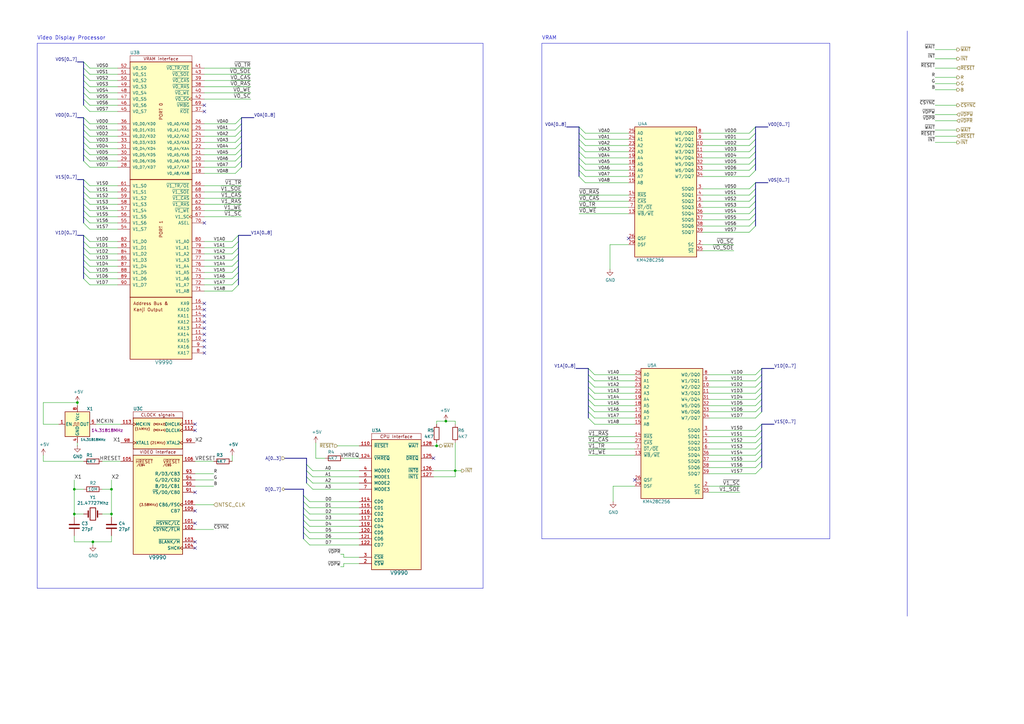
<source format=kicad_sch>
(kicad_sch (version 20231120) (generator "eeschema") (generator_version "8.0")
  (paper "A3")
  (title_block (title "TRH9000") (date "2023-11-05") (rev "1.7") (company "The Retro Hacker") (comment 2 "Shared under CERN-OHL-S license") (comment 3 "TRH9000 - Open Source MSX Graphics Card based on the Yamaha V9990") (comment 4 "Designed  by: Cristiano Goncalves"))
  (junction (at 45.72 210.82))
  (junction (at 182.88 172.72))
  (junction (at 30.48 200.66))
  (junction (at 45.72 200.66))
  (junction (at 179.07 182.88))
  (junction (at 186.69 193.04))
  (junction (at 30.48 210.82))
  (junction (at 31.75 165.1))
  (junction (at 38.1 222.25))
  (no_connect (at 177.8 187.96))
  (no_connect (at 83.82 139.7))
  (no_connect (at 260.35 196.85))
  (no_connect (at 83.82 43.18))
  (no_connect (at 83.82 45.72))
  (no_connect (at 80.01 173.99))
  (no_connect (at 80.01 176.53))
  (no_connect (at 80.01 209.55))
  (no_connect (at 257.81 97.79))
  (no_connect (at 83.82 142.24))
  (no_connect (at 80.01 224.79))
  (no_connect (at 80.01 222.25))
  (no_connect (at 83.82 132.08))
  (no_connect (at 83.82 91.44))
  (no_connect (at 83.82 124.46))
  (no_connect (at 83.82 127))
  (no_connect (at 83.82 134.62))
  (no_connect (at 80.01 201.93))
  (no_connect (at 83.82 137.16))
  (no_connect (at 83.82 129.54))
  (no_connect (at 80.01 214.63))
  (no_connect (at 83.82 144.78))
  (bus_entry (at 34.29 78.74) (size 2.54 2.54))
  (bus_entry (at 34.29 83.82) (size 2.54 2.54))
  (bus_entry (at 124.46 205.74) (size 2.54 2.54))
  (bus_entry (at 241.3 166.37) (size 2.54 2.54))
  (bus_entry (at 124.46 218.44) (size 2.54 2.54))
  (bus_entry (at 312.42 168.91) (size -2.54 2.54))
  (bus_entry (at 309.88 64.77) (size -2.54 2.54))
  (bus_entry (at 312.42 163.83) (size -2.54 2.54))
  (bus_entry (at 312.42 166.37) (size -2.54 2.54))
  (bus_entry (at 99.06 68.58) (size -2.54 2.54))
  (bus_entry (at 312.42 161.29) (size -2.54 2.54))
  (bus_entry (at 312.42 191.77) (size -2.54 2.54))
  (bus_entry (at 124.46 203.2) (size 2.54 2.54))
  (bus_entry (at 241.3 171.45) (size 2.54 2.54))
  (bus_entry (at 312.42 151.13) (size -2.54 2.54))
  (bus_entry (at 309.88 85.09) (size -2.54 2.54))
  (bus_entry (at 34.29 104.14) (size 2.54 2.54))
  (bus_entry (at 309.88 82.55) (size -2.54 2.54))
  (bus_entry (at 241.3 156.21) (size 2.54 2.54))
  (bus_entry (at 97.79 114.3) (size -2.54 2.54))
  (bus_entry (at 97.79 109.22) (size -2.54 2.54))
  (bus_entry (at 34.29 30.48) (size 2.54 2.54))
  (bus_entry (at 309.88 77.47) (size -2.54 2.54))
  (bus_entry (at 34.29 40.64) (size 2.54 2.54))
  (bus_entry (at 99.06 53.34) (size -2.54 2.54))
  (bus_entry (at 34.29 43.18) (size 2.54 2.54))
  (bus_entry (at 34.29 101.6) (size 2.54 2.54))
  (bus_entry (at 34.29 99.06) (size 2.54 2.54))
  (bus_entry (at 309.88 67.31) (size -2.54 2.54))
  (bus_entry (at 309.88 90.17) (size -2.54 2.54))
  (bus_entry (at 241.3 163.83) (size 2.54 2.54))
  (bus_entry (at 237.49 72.39) (size 2.54 2.54))
  (bus_entry (at 34.29 58.42) (size 2.54 2.54))
  (bus_entry (at 34.29 91.44) (size 2.54 2.54))
  (bus_entry (at 237.49 52.07) (size 2.54 2.54))
  (bus_entry (at 309.88 59.69) (size -2.54 2.54))
  (bus_entry (at 241.3 161.29) (size 2.54 2.54))
  (bus_entry (at 309.88 87.63) (size -2.54 2.54))
  (bus_entry (at 125.73 198.12) (size 2.54 2.54))
  (bus_entry (at 241.3 151.13) (size 2.54 2.54))
  (bus_entry (at 34.29 25.4) (size 2.54 2.54))
  (bus_entry (at 237.49 59.69) (size 2.54 2.54))
  (bus_entry (at 312.42 181.61) (size -2.54 2.54))
  (bus_entry (at 125.73 193.04) (size 2.54 2.54))
  (bus_entry (at 99.06 58.42) (size -2.54 2.54))
  (bus_entry (at 309.88 80.01) (size -2.54 2.54))
  (bus_entry (at 34.29 53.34) (size 2.54 2.54))
  (bus_entry (at 97.79 101.6) (size -2.54 2.54))
  (bus_entry (at 309.88 62.23) (size -2.54 2.54))
  (bus_entry (at 34.29 50.8) (size 2.54 2.54))
  (bus_entry (at 312.42 179.07) (size -2.54 2.54))
  (bus_entry (at 309.88 54.61) (size -2.54 2.54))
  (bus_entry (at 99.06 66.04) (size -2.54 2.54))
  (bus_entry (at 34.29 60.96) (size 2.54 2.54))
  (bus_entry (at 34.29 63.5) (size 2.54 2.54))
  (bus_entry (at 34.29 38.1) (size 2.54 2.54))
  (bus_entry (at 34.29 35.56) (size 2.54 2.54))
  (bus_entry (at 34.29 48.26) (size 2.54 2.54))
  (bus_entry (at 237.49 62.23) (size 2.54 2.54))
  (bus_entry (at 309.88 92.71) (size -2.54 2.54))
  (bus_entry (at 309.88 52.07) (size -2.54 2.54))
  (bus_entry (at 237.49 69.85) (size 2.54 2.54))
  (bus_entry (at 125.73 190.5) (size 2.54 2.54))
  (bus_entry (at 97.79 96.52) (size -2.54 2.54))
  (bus_entry (at 99.06 63.5) (size -2.54 2.54))
  (bus_entry (at 34.29 27.94) (size 2.54 2.54))
  (bus_entry (at 99.06 48.26) (size -2.54 2.54))
  (bus_entry (at 124.46 215.9) (size 2.54 2.54))
  (bus_entry (at 97.79 99.06) (size -2.54 2.54))
  (bus_entry (at 124.46 210.82) (size 2.54 2.54))
  (bus_entry (at 99.06 60.96) (size -2.54 2.54))
  (bus_entry (at 241.3 168.91) (size 2.54 2.54))
  (bus_entry (at 124.46 213.36) (size 2.54 2.54))
  (bus_entry (at 312.42 153.67) (size -2.54 2.54))
  (bus_entry (at 34.29 55.88) (size 2.54 2.54))
  (bus_entry (at 34.29 76.2) (size 2.54 2.54))
  (bus_entry (at 34.29 106.68) (size 2.54 2.54))
  (bus_entry (at 241.3 158.75) (size 2.54 2.54))
  (bus_entry (at 312.42 156.21) (size -2.54 2.54))
  (bus_entry (at 97.79 116.84) (size -2.54 2.54))
  (bus_entry (at 237.49 64.77) (size 2.54 2.54))
  (bus_entry (at 312.42 189.23) (size -2.54 2.54))
  (bus_entry (at 309.88 74.93) (size -2.54 2.54))
  (bus_entry (at 97.79 104.14) (size -2.54 2.54))
  (bus_entry (at 237.49 67.31) (size 2.54 2.54))
  (bus_entry (at 124.46 208.28) (size 2.54 2.54))
  (bus_entry (at 312.42 173.99) (size -2.54 2.54))
  (bus_entry (at 125.73 195.58) (size 2.54 2.54))
  (bus_entry (at 34.29 109.22) (size 2.54 2.54))
  (bus_entry (at 34.29 73.66) (size 2.54 2.54))
  (bus_entry (at 241.3 153.67) (size 2.54 2.54))
  (bus_entry (at 312.42 158.75) (size -2.54 2.54))
  (bus_entry (at 312.42 186.69) (size -2.54 2.54))
  (bus_entry (at 124.46 220.98) (size 2.54 2.54))
  (bus_entry (at 99.06 50.8) (size -2.54 2.54))
  (bus_entry (at 34.29 33.02) (size 2.54 2.54))
  (bus_entry (at 97.79 111.76) (size -2.54 2.54))
  (bus_entry (at 34.29 86.36) (size 2.54 2.54))
  (bus_entry (at 309.88 57.15) (size -2.54 2.54))
  (bus_entry (at 34.29 66.04) (size 2.54 2.54))
  (bus_entry (at 312.42 176.53) (size -2.54 2.54))
  (bus_entry (at 237.49 57.15) (size 2.54 2.54))
  (bus_entry (at 34.29 114.3) (size 2.54 2.54))
  (bus_entry (at 34.29 96.52) (size 2.54 2.54))
  (bus_entry (at 309.88 69.85) (size -2.54 2.54))
  (bus_entry (at 97.79 106.68) (size -2.54 2.54))
  (bus_entry (at 312.42 184.15) (size -2.54 2.54))
  (bus_entry (at 237.49 54.61) (size 2.54 2.54))
  (bus_entry (at 34.29 81.28) (size 2.54 2.54))
  (bus_entry (at 99.06 55.88) (size -2.54 2.54))
  (bus_entry (at 34.29 88.9) (size 2.54 2.54))
  (bus_entry (at 34.29 111.76) (size 2.54 2.54))
  (bus (pts (xy 97.79 99.06) (xy 97.79 101.6)))
  (wire (pts (xy 240.03 74.93) (xy 257.81 74.93)))
  (wire (pts (xy 383.54 36.83) (xy 392.43 36.83)))
  (wire (pts (xy 30.48 210.82) (xy 30.48 212.09)))
  (wire (pts (xy 87.63 217.17) (xy 80.01 217.17)))
  (bus (pts (xy 124.46 215.9) (xy 124.46 218.44)))
  (wire (pts (xy 140.97 231.14) (xy 147.32 231.14)))
  (bus (pts (xy 312.42 181.61) (xy 312.42 184.15)))
  (wire (pts (xy 38.1 223.52) (xy 38.1 222.25)))
  (wire (pts (xy 30.48 219.71) (xy 30.48 222.25)))
  (wire (pts (xy 243.84 171.45) (xy 260.35 171.45)))
  (wire (pts (xy 240.03 54.61) (xy 257.81 54.61)))
  (wire (pts (xy 48.26 83.82) (xy 36.83 83.82)))
  (wire (pts (xy 288.29 57.15) (xy 307.34 57.15)))
  (bus (pts (xy 241.3 163.83) (xy 241.3 166.37)))
  (wire (pts (xy 31.75 182.88) (xy 31.75 181.61)))
  (wire (pts (xy 138.43 182.88) (xy 147.32 182.88)))
  (bus (pts (xy 237.49 52.07) (xy 237.49 54.61)))
  (bus (pts (xy 124.46 208.28) (xy 124.46 210.82)))
  (wire (pts (xy 48.26 55.88) (xy 36.83 55.88)))
  (wire (pts (xy 83.82 114.3) (xy 95.25 114.3)))
  (wire (pts (xy 48.26 50.8) (xy 36.83 50.8)))
  (wire (pts (xy 127 210.82) (xy 147.32 210.82)))
  (bus (pts (xy 34.29 50.8) (xy 34.29 53.34)))
  (wire (pts (xy 383.54 46.99) (xy 392.43 46.99)))
  (wire (pts (xy 179.07 181.61) (xy 179.07 182.88)))
  (polyline (pts (xy 372.11 12.7) (xy 372.11 252.73)))
  (wire (pts (xy 186.69 195.58) (xy 186.69 193.04)))
  (wire (pts (xy 383.54 55.88) (xy 392.43 55.88)))
  (bus (pts (xy 237.49 62.23) (xy 237.49 64.77)))
  (wire (pts (xy 48.26 78.74) (xy 36.83 78.74)))
  (wire (pts (xy 290.83 176.53) (xy 309.88 176.53)))
  (wire (pts (xy 288.29 59.69) (xy 307.34 59.69)))
  (bus (pts (xy 309.88 77.47) (xy 309.88 80.01)))
  (polyline (pts (xy 222.25 220.98) (xy 340.36 220.98)))
  (bus (pts (xy 99.06 48.26) (xy 99.06 50.8)))
  (bus (pts (xy 124.46 218.44) (xy 124.46 220.98)))
  (wire (pts (xy 83.82 40.64) (xy 102.87 40.64)))
  (bus (pts (xy 99.06 55.88) (xy 99.06 58.42)))
  (bus (pts (xy 97.79 106.68) (xy 97.79 109.22)))
  (wire (pts (xy 102.87 38.1) (xy 83.82 38.1)))
  (wire (pts (xy 99.06 76.2) (xy 83.82 76.2)))
  (wire (pts (xy 48.26 33.02) (xy 36.83 33.02)))
  (bus (pts (xy 309.88 87.63) (xy 309.88 90.17)))
  (wire (pts (xy 140.97 232.41) (xy 140.97 231.14)))
  (bus (pts (xy 241.3 151.13) (xy 241.3 153.67)))
  (bus (pts (xy 309.88 80.01) (xy 309.88 82.55)))
  (wire (pts (xy 179.07 172.72) (xy 179.07 173.99)))
  (wire (pts (xy 290.83 184.15) (xy 309.88 184.15)))
  (wire (pts (xy 48.26 27.94) (xy 36.83 27.94)))
  (bus (pts (xy 312.42 173.99) (xy 312.42 176.53)))
  (wire (pts (xy 288.29 54.61) (xy 307.34 54.61)))
  (wire (pts (xy 288.29 77.47) (xy 307.34 77.47)))
  (wire (pts (xy 45.72 200.66) (xy 45.72 210.82)))
  (bus (pts (xy 241.3 161.29) (xy 241.3 163.83)))
  (polyline (pts (xy 340.36 220.98) (xy 340.36 17.78)))
  (wire (pts (xy 127 215.9) (xy 147.32 215.9)))
  (wire (pts (xy 87.63 194.31) (xy 80.01 194.31)))
  (wire (pts (xy 288.29 100.33) (xy 300.99 100.33)))
  (wire (pts (xy 128.27 195.58) (xy 147.32 195.58)))
  (bus (pts (xy 34.29 86.36) (xy 34.29 88.9)))
  (wire (pts (xy 127 218.44) (xy 147.32 218.44)))
  (bus (pts (xy 97.79 104.14) (xy 97.79 106.68)))
  (wire (pts (xy 99.06 86.36) (xy 83.82 86.36)))
  (bus (pts (xy 34.29 53.34) (xy 34.29 55.88)))
  (wire (pts (xy 99.06 81.28) (xy 83.82 81.28)))
  (bus (pts (xy 312.42 163.83) (xy 312.42 166.37)))
  (wire (pts (xy 83.82 116.84) (xy 95.25 116.84)))
  (bus (pts (xy 34.29 25.4) (xy 34.29 27.94)))
  (bus (pts (xy 34.29 88.9) (xy 34.29 91.44)))
  (bus (pts (xy 312.42 186.69) (xy 312.42 189.23)))
  (bus (pts (xy 97.79 114.3) (xy 97.79 116.84)))
  (wire (pts (xy 99.06 83.82) (xy 83.82 83.82)))
  (bus (pts (xy 309.88 62.23) (xy 309.88 64.77)))
  (wire (pts (xy 30.48 222.25) (xy 38.1 222.25)))
  (bus (pts (xy 237.49 67.31) (xy 237.49 69.85)))
  (wire (pts (xy 48.26 63.5) (xy 36.83 63.5)))
  (wire (pts (xy 240.03 59.69) (xy 257.81 59.69)))
  (bus (pts (xy 309.88 82.55) (xy 309.88 85.09)))
  (wire (pts (xy 383.54 24.13) (xy 392.43 24.13)))
  (wire (pts (xy 48.26 91.44) (xy 36.83 91.44)))
  (bus (pts (xy 34.29 81.28) (xy 34.29 83.82)))
  (wire (pts (xy 129.54 187.96) (xy 133.35 187.96)))
  (wire (pts (xy 83.82 58.42) (xy 96.52 58.42)))
  (wire (pts (xy 288.29 102.87) (xy 300.99 102.87)))
  (polyline (pts (xy 15.24 17.78) (xy 198.12 17.78)))
  (wire (pts (xy 127 205.74) (xy 147.32 205.74)))
  (wire (pts (xy 102.87 27.94) (xy 83.82 27.94)))
  (wire (pts (xy 240.03 67.31) (xy 257.81 67.31)))
  (wire (pts (xy 48.26 60.96) (xy 36.83 60.96)))
  (wire (pts (xy 48.26 114.3) (xy 36.83 114.3)))
  (bus (pts (xy 34.29 35.56) (xy 34.29 38.1)))
  (bus (pts (xy 309.88 57.15) (xy 309.88 59.69)))
  (bus (pts (xy 34.29 73.66) (xy 31.75 73.66)))
  (wire (pts (xy 83.82 66.04) (xy 96.52 66.04)))
  (wire (pts (xy 48.26 104.14) (xy 36.83 104.14)))
  (bus (pts (xy 312.42 151.13) (xy 317.5 151.13)))
  (bus (pts (xy 34.29 76.2) (xy 34.29 78.74)))
  (wire (pts (xy 83.82 68.58) (xy 96.52 68.58)))
  (bus (pts (xy 97.79 111.76) (xy 97.79 114.3)))
  (bus (pts (xy 241.3 153.67) (xy 241.3 156.21)))
  (bus (pts (xy 241.3 166.37) (xy 241.3 168.91)))
  (wire (pts (xy 257.81 87.63) (xy 237.49 87.63)))
  (wire (pts (xy 288.29 64.77) (xy 307.34 64.77)))
  (bus (pts (xy 99.06 53.34) (xy 99.06 55.88)))
  (wire (pts (xy 140.97 187.96) (xy 147.32 187.96)))
  (wire (pts (xy 48.26 45.72) (xy 36.83 45.72)))
  (wire (pts (xy 140.97 227.33) (xy 140.97 228.6)))
  (wire (pts (xy 48.26 76.2) (xy 36.83 76.2)))
  (bus (pts (xy 312.42 189.23) (xy 312.42 191.77)))
  (wire (pts (xy 30.48 200.66) (xy 30.48 210.82)))
  (wire (pts (xy 290.83 163.83) (xy 309.88 163.83)))
  (bus (pts (xy 312.42 176.53) (xy 312.42 179.07)))
  (wire (pts (xy 383.54 49.53) (xy 392.43 49.53)))
  (wire (pts (xy 177.8 193.04) (xy 186.69 193.04)))
  (bus (pts (xy 34.29 96.52) (xy 34.29 99.06)))
  (bus (pts (xy 34.29 58.42) (xy 34.29 60.96)))
  (wire (pts (xy 243.84 153.67) (xy 260.35 153.67)))
  (wire (pts (xy 129.54 181.61) (xy 129.54 187.96)))
  (wire (pts (xy 83.82 30.48) (xy 102.87 30.48)))
  (wire (pts (xy 288.29 80.01) (xy 307.34 80.01)))
  (wire (pts (xy 290.83 166.37) (xy 309.88 166.37)))
  (bus (pts (xy 124.46 205.74) (xy 124.46 208.28)))
  (wire (pts (xy 34.29 200.66) (xy 30.48 200.66)))
  (wire (pts (xy 45.72 222.25) (xy 45.72 219.71)))
  (bus (pts (xy 34.29 48.26) (xy 34.29 50.8)))
  (bus (pts (xy 309.88 59.69) (xy 309.88 62.23)))
  (wire (pts (xy 243.84 168.91) (xy 260.35 168.91)))
  (wire (pts (xy 250.19 100.33) (xy 257.81 100.33)))
  (bus (pts (xy 97.79 101.6) (xy 97.79 104.14)))
  (wire (pts (xy 48.26 38.1) (xy 36.83 38.1)))
  (wire (pts (xy 48.26 66.04) (xy 36.83 66.04)))
  (bus (pts (xy 34.29 30.48) (xy 34.29 33.02)))
  (wire (pts (xy 290.83 191.77) (xy 309.88 191.77)))
  (bus (pts (xy 312.42 156.21) (xy 312.42 158.75)))
  (bus (pts (xy 34.29 96.52) (xy 31.75 96.52)))
  (wire (pts (xy 240.03 57.15) (xy 257.81 57.15)))
  (wire (pts (xy 260.35 179.07) (xy 241.3 179.07)))
  (wire (pts (xy 260.35 181.61) (xy 241.3 181.61)))
  (bus (pts (xy 241.3 158.75) (xy 241.3 161.29)))
  (wire (pts (xy 83.82 78.74) (xy 99.06 78.74)))
  (wire (pts (xy 48.26 101.6) (xy 36.83 101.6)))
  (bus (pts (xy 99.06 66.04) (xy 99.06 68.58)))
  (polyline (pts (xy 222.25 17.78) (xy 222.25 220.98)))
  (wire (pts (xy 186.69 172.72) (xy 186.69 173.99)))
  (wire (pts (xy 41.91 210.82) (xy 45.72 210.82)))
  (wire (pts (xy 31.75 165.1) (xy 31.75 166.37)))
  (bus (pts (xy 312.42 153.67) (xy 312.42 156.21)))
  (wire (pts (xy 83.82 88.9) (xy 99.06 88.9)))
  (bus (pts (xy 312.42 166.37) (xy 312.42 168.91)))
  (wire (pts (xy 48.26 88.9) (xy 36.83 88.9)))
  (bus (pts (xy 99.06 58.42) (xy 99.06 60.96)))
  (bus (pts (xy 99.06 48.26) (xy 104.14 48.26)))
  (polyline (pts (xy 340.36 17.78) (xy 222.25 17.78)))
  (wire (pts (xy 288.29 82.55) (xy 307.34 82.55)))
  (wire (pts (xy 83.82 111.76) (xy 95.25 111.76)))
  (wire (pts (xy 30.48 196.85) (xy 30.48 200.66)))
  (wire (pts (xy 240.03 62.23) (xy 257.81 62.23)))
  (wire (pts (xy 240.03 64.77) (xy 257.81 64.77)))
  (wire (pts (xy 127 208.28) (xy 147.32 208.28)))
  (wire (pts (xy 290.83 194.31) (xy 309.88 194.31)))
  (bus (pts (xy 34.29 101.6) (xy 34.29 104.14)))
  (bus (pts (xy 34.29 104.14) (xy 34.29 106.68)))
  (wire (pts (xy 383.54 27.94) (xy 392.43 27.94)))
  (wire (pts (xy 243.84 166.37) (xy 260.35 166.37)))
  (bus (pts (xy 34.29 111.76) (xy 34.29 114.3)))
  (wire (pts (xy 290.83 158.75) (xy 309.88 158.75)))
  (wire (pts (xy 290.83 181.61) (xy 309.88 181.61)))
  (bus (pts (xy 99.06 60.96) (xy 99.06 63.5)))
  (bus (pts (xy 34.29 33.02) (xy 34.29 35.56)))
  (bus (pts (xy 237.49 54.61) (xy 237.49 57.15)))
  (wire (pts (xy 48.26 35.56) (xy 36.83 35.56)))
  (wire (pts (xy 128.27 200.66) (xy 147.32 200.66)))
  (wire (pts (xy 288.29 90.17) (xy 307.34 90.17)))
  (wire (pts (xy 288.29 67.31) (xy 307.34 67.31)))
  (bus (pts (xy 99.06 63.5) (xy 99.06 66.04)))
  (bus (pts (xy 34.29 48.26) (xy 31.75 48.26)))
  (wire (pts (xy 48.26 99.06) (xy 36.83 99.06)))
  (wire (pts (xy 48.26 116.84) (xy 36.83 116.84)))
  (bus (pts (xy 34.29 83.82) (xy 34.29 86.36)))
  (wire (pts (xy 260.35 184.15) (xy 241.3 184.15)))
  (wire (pts (xy 243.84 158.75) (xy 260.35 158.75)))
  (wire (pts (xy 288.29 72.39) (xy 307.34 72.39)))
  (bus (pts (xy 309.88 64.77) (xy 309.88 67.31)))
  (wire (pts (xy 139.7 227.33) (xy 140.97 227.33)))
  (wire (pts (xy 288.29 95.25) (xy 307.34 95.25)))
  (wire (pts (xy 83.82 60.96) (xy 96.52 60.96)))
  (bus (pts (xy 237.49 64.77) (xy 237.49 67.31)))
  (bus (pts (xy 34.29 63.5) (xy 34.29 66.04)))
  (wire (pts (xy 83.82 63.5) (xy 96.52 63.5)))
  (wire (pts (xy 83.82 119.38) (xy 95.25 119.38)))
  (wire (pts (xy 383.54 43.18) (xy 392.43 43.18)))
  (wire (pts (xy 288.29 87.63) (xy 307.34 87.63)))
  (wire (pts (xy 182.88 172.72) (xy 179.07 172.72)))
  (wire (pts (xy 182.88 172.72) (xy 186.69 172.72)))
  (bus (pts (xy 125.73 193.04) (xy 125.73 195.58)))
  (wire (pts (xy 83.82 55.88) (xy 96.52 55.88)))
  (bus (pts (xy 34.29 27.94) (xy 34.29 30.48)))
  (wire (pts (xy 87.63 196.85) (xy 80.01 196.85)))
  (wire (pts (xy 383.54 53.34) (xy 392.43 53.34)))
  (wire (pts (xy 17.78 173.99) (xy 24.13 173.99)))
  (wire (pts (xy 83.82 101.6) (xy 95.25 101.6)))
  (polyline (pts (xy 198.12 17.78) (xy 198.12 241.3)))
  (wire (pts (xy 290.83 201.93) (xy 303.53 201.93)))
  (wire (pts (xy 87.63 199.39) (xy 80.01 199.39)))
  (bus (pts (xy 34.29 73.66) (xy 34.29 76.2)))
  (bus (pts (xy 99.06 50.8) (xy 99.06 53.34)))
  (wire (pts (xy 177.8 182.88) (xy 179.07 182.88)))
  (wire (pts (xy 128.27 198.12) (xy 147.32 198.12)))
  (wire (pts (xy 243.84 161.29) (xy 260.35 161.29)))
  (wire (pts (xy 179.07 182.88) (xy 180.34 182.88)))
  (wire (pts (xy 48.26 109.22) (xy 36.83 109.22)))
  (bus (pts (xy 312.42 158.75) (xy 312.42 161.29)))
  (wire (pts (xy 80.01 207.01) (xy 87.63 207.01)))
  (wire (pts (xy 290.83 199.39) (xy 303.53 199.39)))
  (wire (pts (xy 383.54 20.32) (xy 392.43 20.32)))
  (wire (pts (xy 186.69 193.04) (xy 189.23 193.04)))
  (bus (pts (xy 97.79 96.52) (xy 102.87 96.52)))
  (wire (pts (xy 83.82 106.68) (xy 95.25 106.68)))
  (wire (pts (xy 45.72 210.82) (xy 45.72 212.09)))
  (bus (pts (xy 34.29 60.96) (xy 34.29 63.5)))
  (wire (pts (xy 34.29 210.82) (xy 30.48 210.82)))
  (wire (pts (xy 383.54 34.29) (xy 392.43 34.29)))
  (wire (pts (xy 102.87 33.02) (xy 83.82 33.02)))
  (wire (pts (xy 290.83 153.67) (xy 309.88 153.67)))
  (bus (pts (xy 312.42 173.99) (xy 317.5 173.99)))
  (wire (pts (xy 39.37 173.99) (xy 49.53 173.99)))
  (bus (pts (xy 312.42 179.07) (xy 312.42 181.61)))
  (wire (pts (xy 243.84 173.99) (xy 260.35 173.99)))
  (bus (pts (xy 309.88 74.93) (xy 314.96 74.93)))
  (bus (pts (xy 125.73 187.96) (xy 125.73 190.5)))
  (bus (pts (xy 241.3 151.13) (xy 236.22 151.13)))
  (wire (pts (xy 80.01 189.23) (xy 87.63 189.23)))
  (wire (pts (xy 83.82 71.12) (xy 96.52 71.12)))
  (wire (pts (xy 48.26 40.64) (xy 36.83 40.64)))
  (wire (pts (xy 139.7 232.41) (xy 140.97 232.41)))
  (wire (pts (xy 83.82 53.34) (xy 96.52 53.34)))
  (polyline (pts (xy 15.24 17.78) (xy 15.24 241.3)))
  (wire (pts (xy 38.1 222.25) (xy 45.72 222.25)))
  (wire (pts (xy 83.82 109.22) (xy 95.25 109.22)))
  (bus (pts (xy 124.46 213.36) (xy 124.46 215.9)))
  (wire (pts (xy 288.29 62.23) (xy 307.34 62.23)))
  (wire (pts (xy 48.26 81.28) (xy 36.83 81.28)))
  (wire (pts (xy 288.29 69.85) (xy 307.34 69.85)))
  (wire (pts (xy 48.26 30.48) (xy 36.83 30.48)))
  (bus (pts (xy 309.88 52.07) (xy 314.96 52.07)))
  (bus (pts (xy 309.88 90.17) (xy 309.88 92.71)))
  (bus (pts (xy 34.29 109.22) (xy 34.29 111.76)))
  (wire (pts (xy 83.82 50.8) (xy 96.52 50.8)))
  (bus (pts (xy 124.46 200.66) (xy 124.46 203.2)))
  (wire (pts (xy 250.19 100.33) (xy 250.19 110.49)))
  (bus (pts (xy 97.79 96.52) (xy 97.79 99.06)))
  (wire (pts (xy 186.69 181.61) (xy 186.69 193.04)))
  (wire (pts (xy 17.78 165.1) (xy 17.78 173.99)))
  (bus (pts (xy 34.29 55.88) (xy 34.29 58.42)))
  (wire (pts (xy 48.26 111.76) (xy 36.83 111.76)))
  (wire (pts (xy 17.78 165.1) (xy 31.75 165.1)))
  (wire (pts (xy 383.54 58.42) (xy 392.43 58.42)))
  (wire (pts (xy 17.78 186.69) (xy 17.78 189.23)))
  (bus (pts (xy 309.88 67.31) (xy 309.88 69.85)))
  (wire (pts (xy 290.83 179.07) (xy 309.88 179.07)))
  (bus (pts (xy 34.29 78.74) (xy 34.29 81.28)))
  (wire (pts (xy 48.26 43.18) (xy 36.83 43.18)))
  (wire (pts (xy 257.81 85.09) (xy 237.49 85.09)))
  (wire (pts (xy 48.26 53.34) (xy 36.83 53.34)))
  (wire (pts (xy 17.78 189.23) (xy 34.29 189.23)))
  (bus (pts (xy 34.29 40.64) (xy 34.29 43.18)))
  (wire (pts (xy 140.97 228.6) (xy 147.32 228.6)))
  (wire (pts (xy 290.83 171.45) (xy 309.88 171.45)))
  (wire (pts (xy 41.91 189.23) (xy 49.53 189.23)))
  (bus (pts (xy 241.3 168.91) (xy 241.3 171.45)))
  (wire (pts (xy 243.84 156.21) (xy 260.35 156.21)))
  (wire (pts (xy 290.83 189.23) (xy 309.88 189.23)))
  (bus (pts (xy 237.49 52.07) (xy 232.41 52.07)))
  (bus (pts (xy 309.88 54.61) (xy 309.88 57.15)))
  (bus (pts (xy 312.42 151.13) (xy 312.42 153.67)))
  (wire (pts (xy 83.82 99.06) (xy 95.25 99.06)))
  (bus (pts (xy 34.29 106.68) (xy 34.29 109.22)))
  (bus (pts (xy 237.49 69.85) (xy 237.49 72.39)))
  (bus (pts (xy 309.88 52.07) (xy 309.88 54.61)))
  (bus (pts (xy 309.88 74.93) (xy 309.88 77.47)))
  (bus (pts (xy 241.3 156.21) (xy 241.3 158.75)))
  (wire (pts (xy 48.26 58.42) (xy 36.83 58.42)))
  (wire (pts (xy 257.81 82.55) (xy 237.49 82.55)))
  (bus (pts (xy 125.73 190.5) (xy 125.73 193.04)))
  (bus (pts (xy 309.88 85.09) (xy 309.88 87.63)))
  (wire (pts (xy 290.83 161.29) (xy 309.88 161.29)))
  (wire (pts (xy 290.83 186.69) (xy 309.88 186.69)))
  (wire (pts (xy 240.03 72.39) (xy 257.81 72.39)))
  (bus (pts (xy 116.84 187.96) (xy 125.73 187.96)))
  (bus (pts (xy 125.73 195.58) (xy 125.73 198.12)))
  (wire (pts (xy 83.82 104.14) (xy 95.25 104.14)))
  (wire (pts (xy 260.35 186.69) (xy 241.3 186.69)))
  (wire (pts (xy 45.72 196.85) (xy 45.72 200.66)))
  (wire (pts (xy 257.81 80.01) (xy 237.49 80.01)))
  (bus (pts (xy 237.49 57.15) (xy 237.49 59.69)))
  (polyline (pts (xy 198.12 241.3) (xy 15.24 241.3)))
  (bus (pts (xy 124.46 203.2) (xy 124.46 205.74)))
  (wire (pts (xy 95.25 186.69) (xy 95.25 189.23)))
  (bus (pts (xy 34.29 99.06) (xy 34.29 101.6)))
  (wire (pts (xy 288.29 85.09) (xy 307.34 85.09)))
  (wire (pts (xy 128.27 193.04) (xy 147.32 193.04)))
  (bus (pts (xy 34.29 25.4) (xy 31.75 25.4)))
  (bus (pts (xy 124.46 200.66) (xy 116.84 200.66)))
  (wire (pts (xy 127 223.52) (xy 147.32 223.52)))
  (wire (pts (xy 251.46 199.39) (xy 260.35 199.39)))
  (bus (pts (xy 312.42 184.15) (xy 312.42 186.69)))
  (wire (pts (xy 127 213.36) (xy 147.32 213.36)))
  (wire (pts (xy 48.26 68.58) (xy 36.83 68.58)))
  (wire (pts (xy 48.26 86.36) (xy 36.83 86.36)))
  (wire (pts (xy 41.91 200.66) (xy 45.72 200.66)))
  (wire (pts (xy 48.26 93.98) (xy 36.83 93.98)))
  (bus (pts (xy 97.79 109.22) (xy 97.79 111.76)))
  (wire (pts (xy 290.83 156.21) (xy 309.88 156.21)))
  (bus (pts (xy 312.42 161.29) (xy 312.42 163.83)))
  (wire (pts (xy 102.87 35.56) (xy 83.82 35.56)))
  (wire (pts (xy 251.46 199.39) (xy 251.46 205.74)))
  (wire (pts (xy 243.84 163.83) (xy 260.35 163.83)))
  (wire (pts (xy 290.83 168.91) (xy 309.88 168.91)))
  (wire (pts (xy 48.26 106.68) (xy 36.83 106.68)))
  (wire (pts (xy 288.29 92.71) (xy 307.34 92.71)))
  (wire (pts (xy 177.8 195.58) (xy 186.69 195.58)))
  (bus (pts (xy 124.46 210.82) (xy 124.46 213.36)))
  (wire (pts (xy 127 220.98) (xy 147.32 220.98)))
  (wire (pts (xy 240.03 69.85) (xy 257.81 69.85)))
  (bus (pts (xy 237.49 59.69) (xy 237.49 62.23)))
  (bus (pts (xy 34.29 38.1) (xy 34.29 40.64)))
  (wire (pts (xy 383.54 31.75) (xy 392.43 31.75)))
  (text "VRAM" (at 222.25 16.51 0) (effects (font (size 1.524 1.524)) (justify left bottom)))
  (text "Video Display Processor" (at 15.24 16.51 0) (effects (font (size 1.524 1.524)) (justify left bottom)))
  (label "V0D3" (at 44.45 58.42 180))
  (label "~{V1_CAS}" (at 241.3 181.61 0) (effects (font (size 1.524 1.524))))
  (label "HRESET" (at 49.53 189.23 180) (effects (font (size 1.524 1.524))))
  (label "V0A2" (at 88.9 55.88 0))
  (label "V1A8" (at 254 173.99 180))
  (label "V0D4" (at 297.18 64.77 0))
  (label "V1S[0..7]" (at 317.5 173.99 0))
  (label "X2" (at 45.72 196.85 0) (effects (font (size 1.524 1.524))))
  (label "~{VDPW}" (at 383.54 46.99 180))
  (label "V0D1" (at 297.18 57.15 0))
  (label "~{VO_SOE}" (at 300.99 102.87 180) (effects (font (size 1.524 1.524))))
  (label "B" (at 383.54 36.83 180))
  (label "V0D1" (at 44.45 53.34 180))
  (label "~{V0_SC}" (at 102.87 40.64 180) (effects (font (size 1.524 1.524))))
  (label "V1D6" (at 44.45 114.3 180))
  (label "~{V1_WE}" (at 241.3 186.69 0) (effects (font (size 1.524 1.524))))
  (label "V0D6" (at 44.45 66.04 180))
  (label "~{V1_TR}" (at 99.06 76.2 180) (effects (font (size 1.524 1.524))))
  (label "V1S4" (at 44.45 86.36 180))
  (label "V0S5" (at 297.18 90.17 0))
  (label "G" (at 383.54 34.29 180))
  (label "A1" (at 133.35 195.58 0))
  (label "V1S2" (at 299.72 181.61 0))
  (label "V0S[0..7]" (at 314.96 74.93 0))
  (label "V0A2" (at 250.19 59.69 180))
  (label "V1A[0..8]" (at 236.22 151.13 180))
  (label "V0S4" (at 44.45 38.1 180))
  (label "V1A6" (at 254 168.91 180))
  (label "V1S3" (at 299.72 184.15 0))
  (label "V1A8" (at 87.63 119.38 0))
  (label "D1" (at 133.35 208.28 0))
  (label "V0D4" (at 44.45 60.96 180))
  (label "V1S7" (at 299.72 194.31 0))
  (label "V1D[0..7]" (at 317.5 151.13 0))
  (label "V1A1" (at 87.63 101.6 0))
  (label "A0" (at 133.35 193.04 0))
  (label "V0A3" (at 250.19 62.23 180))
  (label "V0D5" (at 297.18 67.31 0))
  (label "~{V1_RAS}" (at 241.3 179.07 0) (effects (font (size 1.524 1.524))))
  (label "MCKIN" (at 39.37 173.99 0) (effects (font (size 1.524 1.524))))
  (label "V1A0" (at 87.63 99.06 0))
  (label "V0A0" (at 250.19 54.61 180))
  (label "V1S0" (at 44.45 76.2 180))
  (label "V1A[0..8]" (at 102.87 96.52 0))
  (label "~{V0_TR}" (at 237.49 85.09 0) (effects (font (size 1.524 1.524))))
  (label "V0S1" (at 44.45 30.48 180))
  (label "V0D3" (at 297.18 62.23 0))
  (label "V0A4" (at 88.9 60.96 0))
  (label "V1D3" (at 299.72 161.29 0))
  (label "V0A0" (at 88.9 50.8 0))
  (label "V1A2" (at 254 158.75 180))
  (label "V0S3" (at 44.45 35.56 180))
  (label "V0A6" (at 88.9 66.04 0))
  (label "V1A4" (at 254 163.83 180))
  (label "~{VDPR}" (at 383.54 49.53 180))
  (label "~{V1_WE}" (at 99.06 86.36 180) (effects (font (size 1.524 1.524))))
  (label "V0D5" (at 44.45 63.5 180))
  (label "V0D7" (at 44.45 68.58 180))
  (label "V0S3" (at 297.18 85.09 0))
  (label "V0A8" (at 88.9 71.12 0))
  (label "R" (at 383.54 31.75 180))
  (label "V0S2" (at 297.18 82.55 0))
  (label "V0D[0..7]" (at 314.96 52.07 0))
  (label "D5" (at 133.35 218.44 0))
  (label "V1D1" (at 299.72 156.21 0))
  (label "~{V0_CAS}" (at 237.49 82.55 0) (effects (font (size 1.524 1.524))))
  (label "V0S6" (at 44.45 43.18 180))
  (label "V1D2" (at 299.72 158.75 0))
  (label "~{V0_RAS}" (at 237.49 80.01 0) (effects (font (size 1.524 1.524))))
  (label "V1D1" (at 44.45 101.6 180))
  (label "X1" (at 30.48 196.85 0) (effects (font (size 1.524 1.524))))
  (label "V0D[0..7]" (at 31.75 48.26 180))
  (label "V1S5" (at 299.72 189.23 0))
  (label "V1A0" (at 254 153.67 180))
  (label "V1D5" (at 44.45 111.76 180))
  (label "~{WAIT}" (at 383.54 20.32 180))
  (label "D0" (at 133.35 205.74 0))
  (label "V1D5" (at 299.72 166.37 0))
  (label "~{V0_RAS}" (at 102.87 35.56 180) (effects (font (size 1.524 1.524))))
  (label "A2" (at 133.35 198.12 0))
  (label "V0S5" (at 44.45 40.64 180))
  (label "V0A5" (at 88.9 63.5 0))
  (label "V1D4" (at 299.72 163.83 0))
  (label "V1A1" (at 254 156.21 180))
  (label "V0S[0..7]" (at 31.75 25.4 180))
  (label "V0A6" (at 250.19 69.85 180))
  (label "V1S6" (at 299.72 191.77 0))
  (label "V0S1" (at 297.18 80.01 0))
  (label "~{V0_WE}" (at 102.87 38.1 180) (effects (font (size 1.524 1.524))))
  (label "V1A4" (at 87.63 109.22 0))
  (label "~{V1_RAS}" (at 99.06 83.82 180) (effects (font (size 1.524 1.524))))
  (label "X1" (at 49.53 181.61 180) (effects (font (size 1.524 1.524))))
  (label "~{VDPW}" (at 139.7 232.41 180))
  (label "V1D4" (at 44.45 109.22 180))
  (label "G" (at 87.63 196.85 0))
  (label "~{INT}" (at 383.54 58.42 180))
  (label "V1S1" (at 44.45 78.74 180))
  (label "A3" (at 133.35 200.66 0))
  (label "V0A1" (at 88.9 53.34 0))
  (label "D3" (at 133.35 213.36 0))
  (label "V0A[0..8]" (at 104.14 48.26 0))
  (label "V1D0" (at 44.45 99.06 180))
  (label "V1A5" (at 87.63 111.76 0))
  (label "V1D7" (at 44.45 116.84 180))
  (label "~{V0_TR}" (at 102.87 27.94 180) (effects (font (size 1.524 1.524))))
  (label "V1S2" (at 44.45 81.28 180))
  (label "X2" (at 80.01 181.61 0) (effects (font (size 1.524 1.524))))
  (label "V0A5" (at 250.19 67.31 180))
  (label "VRESET" (at 80.01 189.23 0) (effects (font (size 1.524 1.524))))
  (label "V0A[0..8]" (at 232.41 52.07 180))
  (label "V0S4" (at 297.18 87.63 0))
  (label "~{V1_SOE}" (at 303.53 201.93 180) (effects (font (size 1.524 1.524))))
  (label "~{RESET}" (at 383.54 27.94 180))
  (label "~{V1_CAS}" (at 99.06 81.28 180) (effects (font (size 1.524 1.524))))
  (label "V1D6" (at 299.72 168.91 0))
  (label "V0S6" (at 297.18 92.71 0))
  (label "~{RESET}" (at 383.54 55.88 180))
  (label "V0S0" (at 297.18 77.47 0))
  (label "V1S4" (at 299.72 186.69 0))
  (label "V1A7" (at 87.63 116.84 0))
  (label "V0A3" (at 88.9 58.42 0))
  (label "V1A5" (at 254 166.37 180))
  (label "~{V0_WE}" (at 237.49 87.63 0) (effects (font (size 1.524 1.524))))
  (label "V0D2" (at 297.18 59.69 0))
  (label "~{V1_TR}" (at 241.3 184.15 0) (effects (font (size 1.524 1.524))))
  (label "V1S0" (at 299.72 176.53 0))
  (label "V0S2" (at 44.45 33.02 180))
  (label "~{WAIT}" (at 383.54 53.34 180))
  (label "D4" (at 133.35 215.9 0))
  (label "V0A7" (at 88.9 68.58 0))
  (label "V1S6" (at 44.45 91.44 180))
  (label "V0D0" (at 44.45 50.8 180))
  (label "V1A7" (at 254 171.45 180))
  (label "V1D2" (at 44.45 104.14 180))
  (label "~{INT}" (at 383.54 24.13 180))
  (label "V0S7" (at 297.18 95.25 0))
  (label "~{VO_SOE}" (at 102.87 30.48 180) (effects (font (size 1.524 1.524))))
  (label "V0D6" (at 297.18 69.85 0))
  (label "V1S3" (at 44.45 83.82 180))
  (label "~{V1_SOE}" (at 99.06 78.74 180) (effects (font (size 1.524 1.524))))
  (label "~{V1_SC}" (at 99.06 88.9 180) (effects (font (size 1.524 1.524))))
  (label "D7" (at 133.35 223.52 0))
  (label "~{CSYNC}" (at 383.54 43.18 180))
  (label "V1D3" (at 44.45 106.68 180))
  (label "V1A2" (at 87.63 104.14 0))
  (label "~{CSYNC}" (at 87.63 217.17 0))
  (label "V0A4" (at 250.19 64.77 180))
  (label "~{V1_SC}" (at 303.53 199.39 180) (effects (font (size 1.524 1.524))))
  (label "R" (at 87.63 194.31 0))
  (label "V1D7" (at 299.72 171.45 0))
  (label "V1A3" (at 87.63 106.68 0))
  (label "V0S7" (at 44.45 45.72 180))
  (label "D2" (at 133.35 210.82 0))
  (label "V0S0" (at 44.45 27.94 180))
  (label "D6" (at 133.35 220.98 0))
  (label "V1S[0..7]" (at 31.75 73.66 180))
  (label "B" (at 87.63 199.39 0))
  (label "~{VDPR}" (at 139.7 227.33 180))
  (label "V0D7" (at 297.18 72.39 0))
  (label "V0D0" (at 297.18 54.61 0))
  (label "V1D[0..7]" (at 31.75 96.52 180))
  (label "V0A1" (at 250.19 57.15 180))
  (label "~{V0_CAS}" (at 102.87 33.02 180) (effects (font (size 1.524 1.524))))
  (label "VMREQ" (at 147.32 187.96 180) (effects (font (size 1.524 1.524))))
  (label "~{V0_SC}" (at 300.99 100.33 180) (effects (font (size 1.524 1.524))))
  (label "V0A8" (at 250.19 74.93 180))
  (label "V1S7" (at 44.45 93.98 180))
  (label "V0A7" (at 250.19 72.39 180))
  (label "V0D2" (at 44.45 55.88 180))
  (label "V1S1" (at 299.72 179.07 0))
  (label "V1S5" (at 44.45 88.9 180))
  (label "V1A6" (at 87.63 114.3 0))
  (label "V1D0" (at 299.72 153.67 0))
  (label "V1A3" (at 254 161.29 180))
  (hierarchical_label "G" (shape output) (at 392.43 34.29 0))
  (hierarchical_label "~{VDPR}" (shape input) (at 392.43 49.53 0))
  (hierarchical_label "B" (shape output) (at 392.43 36.83 0))
  (hierarchical_label "~{VDPW}" (shape input) (at 392.43 46.99 0))
  (hierarchical_label "R" (shape output) (at 392.43 31.75 0))
  (hierarchical_label "~{INT}" (shape output) (at 392.43 58.42 0))
  (hierarchical_label "NTSC_CLK" (shape input) (at 87.63 207.01 0) (effects (font (size 1.524 1.524))))
  (hierarchical_label "D[0..7]" (shape bidirectional) (at 116.84 200.66 180))
  (hierarchical_label "~{WAIT}" (shape output) (at 180.34 182.88 0))
  (hierarchical_label "~{WAIT}" (shape output) (at 392.43 20.32 0))
  (hierarchical_label "~{INT}" (shape output) (at 189.23 193.04 0))
  (hierarchical_label "A[0..3]" (shape input) (at 116.84 187.96 180))
  (hierarchical_label "~{WAIT}" (shape output) (at 392.43 53.34 0))
  (hierarchical_label "~{RESET}" (shape input) (at 392.43 55.88 0))
  (hierarchical_label "~{RESET}" (shape input) (at 392.43 27.94 0))
  (hierarchical_label "~{RESET}" (shape input) (at 138.43 182.88 180))
  (hierarchical_label "~{CSYNC}" (shape output) (at 392.43 43.18 0))
  (hierarchical_label "~{INT}" (shape output) (at 392.43 24.13 0))
  (symbol (lib_id "power:+5V") (at 95.25 186.69 0) (unit 1)
    (property "Reference" "#PWR07" (effects (hide yes)))
    (property "Value" "+5V" (at 95.631 182.2958 0))
    (property "Description" "Power symbol creates a global label with name \"+5V\"" (effects (hide yes)))
  )
  (symbol (lib_id "power:+5V") (at 182.88 172.72 0) (mirror y) (unit 1)
    (property "Reference" "#PWR09" (effects (hide yes)))
    (property "Value" "+5V" (at 182.499 168.3258 0))
    (property "Description" "Power symbol creates a global label with name \"+5V\"" (effects (hide yes)))
  )
  (symbol (lib_id "power:+5V") (at 17.78 186.69 0) (unit 1)
    (property "Reference" "#PWR03" (effects (hide yes)))
    (property "Value" "+5V" (at 18.161 182.2958 0))
    (property "Description" "Power symbol creates a global label with name \"+5V\"" (effects (hide yes)))
  )
  (symbol (lib_id "Device:C") (at 45.72 215.9 0) (unit 1)
    (property "Reference" "C4" (at 48.641 214.7316 0) (effects (justify left)))
    (property "Value" "27pF" (at 48.641 217.043 0) (effects (justify left)))
    (property "Footprint" "Capacitor_SMD:C_0805_2012Metric" (effects (hide yes)))
  )
  (symbol (lib_name "KM428C256_1") (lib_id "TRH9000:KM428C256") (at 273.05 74.93 0) (unit 1)
    (property "Reference" "U4" (at 261.62 50.8 0) (effects (justify left)))
    (property "Value" "KM428C256" (at 266.7 106.68 0))
    (property "Footprint" "trh9000:SOJ-40_400mil" (effects (hide yes)))
    (property "Datasheet" "https://pdf1.alldatasheet.com/datasheet-pdf/view/129863/SAMSUNG/KM428C256.html" (effects (hide yes)))
    (property "Status" "OBSOLETE" (effects (hide yes)))
    (property "Manufacturer" "Samsung Electronics Inc." (effects (hide yes)))
  )
  (symbol (lib_id "Device:Crystal") (at 38.1 210.82 0) (unit 1)
    (property "Reference" "Y1" (at 38.1 204.0128 0))
    (property "Value" "21.47727Mhz" (at 38.1 206.3242 0))
    (property "Footprint" "Crystal:Crystal_HC49-U_Vertical" (effects (hide yes)))
  )
  (symbol (lib_id "power:+5V") (at 31.75 165.1 0) (unit 1)
    (property "Reference" "#PWR04" (effects (hide yes)))
    (property "Value" "+5V" (at 32.131 160.7058 0))
    (property "Description" "Power symbol creates a global label with name \"+5V\"" (effects (hide yes)))
  )
  (symbol (lib_id "Oscillator:CXO_DIP8") (at 31.75 173.99 0) (unit 1)
    (property "Reference" "X1" (at 35.56 167.64 0) (effects (justify left)))
    (property "Value" "14.31818MHz " (at 33.02 180.34 0) (effects (font (size 1 1)) (justify left)))
    (property "Footprint" "Oscillator:Oscillator_DIP-8" (effects (hide yes)))
    (property "Datasheet" "http://cdn-reichelt.de/documents/datenblatt/B400/OSZI.pdf" (effects (hide yes)))
    (property "Frequency" "14.31818MHz " (at 44.45 176.53 0))
    (property "Manufacturer" "Crystek Corporation" (effects (hide yes)))
    (property "MPN" "CE3291-14.318180" (effects (hide yes)))
  )
  (symbol (lib_id "Device:C") (at 30.48 215.9 0) (unit 1)
    (property "Reference" "C3" (at 33.401 214.7316 0) (effects (justify left)))
    (property "Value" "27pF" (at 33.401 217.043 0) (effects (justify left)))
    (property "Footprint" "Capacitor_SMD:C_0805_2012Metric" (effects (hide yes)))
  )
  (symbol (lib_id "Device:R") (at 186.69 177.8 0) (mirror y) (unit 1)
    (property "Reference" "R6" (at 190.5 176.53 0) (effects (justify left)))
    (property "Value" "4K7" (at 191.77 179.07 0) (effects (justify left)))
    (property "Footprint" "Resistor_SMD:R_0805_2012Metric" (effects (hide yes)))
  )
  (symbol (lib_id "TRH9000:KM428C256") (at 275.59 173.99 0) (unit 1)
    (property "Reference" "U5" (at 265.43 149.86 0) (effects (justify left)))
    (property "Value" "KM428C256" (at 269.24 205.74 0))
    (property "Footprint" "trh9000:SOJ-40_400mil" (effects (hide yes)))
    (property "Datasheet" "https://pdf1.alldatasheet.com/datasheet-pdf/view/129863/SAMSUNG/KM428C256.html" (effects (hide yes)))
    (property "Status" "OBSOLETE" (effects (hide yes)))
    (property "Manufacturer" "Samsung Electronics Inc." (effects (hide yes)))
  )
  (symbol (lib_id "TRH9000:V9990") (at 64.77 199.39 0) (unit 3)
    (property "Reference" "U3" (at 54.61 167.64 0) (effects (justify left)))
    (property "Value" "V9990" (at 60.96 228.6 0) (effects (font (size 1.524 1.524)) (justify left)))
    (property "Footprint" "trh9000:LQFP-128_28x28mm_P0.8mm" (effects (hide yes)))
    (property "Datasheet" "https://www.msx.org/wiki/Yamaha_V9990" (effects (hide yes)))
    (property "Description" "Video Display Processor (VDP)" (effects (hide yes)))
    (property "Manufacturer" "Yamaha" (effects (hide yes)))
    (property "MPN" "V9990" (effects (hide yes)))
  )
  (symbol (lib_id "power:GND") (at 250.19 110.49 0) (unit 1)
    (property "Reference" "#PWR010" (effects (hide yes)))
    (property "Value" "GND" (at 250.317 114.8842 0))
    (property "Description" "Power symbol creates a global label with name \"GND\" , ground" (effects (hide yes)))
  )
  (symbol (lib_id "Device:R") (at 91.44 189.23 90) (unit 1)
    (property "Reference" "R3" (at 91.44 186.69 90) (effects (justify left)))
    (property "Value" "4K7" (at 92.71 189.23 90) (effects (justify left)))
    (property "Footprint" "Resistor_SMD:R_0805_2012Metric" (effects (hide yes)))
  )
  (symbol (lib_id "TRH9000:V9990") (at 162.56 208.28 0) (unit 1)
    (property "Reference" "U3" (at 152.4 176.53 0) (effects (justify left)))
    (property "Value" "V9990" (at 160.02 234.95 0) (effects (font (size 1.524 1.524)) (justify left)))
    (property "Footprint" "trh9000:LQFP-128_28x28mm_P0.8mm" (effects (hide yes)))
    (property "Datasheet" "https://www.msx.org/wiki/Yamaha_V9990" (effects (hide yes)))
    (property "Description" "Video Display Processor (VDP)" (effects (hide yes)))
    (property "Manufacturer" "Yamaha" (effects (hide yes)))
    (property "MPN" "V9990" (effects (hide yes)))
  )
  (symbol (lib_id "power:GND") (at 251.46 205.74 0) (unit 1)
    (property "Reference" "#PWR011" (effects (hide yes)))
    (property "Value" "GND" (at 251.587 210.1342 0))
    (property "Description" "Power symbol creates a global label with name \"GND\" , ground" (effects (hide yes)))
  )
  (symbol (lib_id "TRH9000:V9990") (at 66.04 81.28 0) (unit 2)
    (property "Reference" "U3" (at 53.34 21.59 0) (effects (justify left)))
    (property "Value" "V9990" (at 63.5 148.59 0) (effects (font (size 1.524 1.524)) (justify left)))
    (property "Footprint" "trh9000:LQFP-128_28x28mm_P0.8mm" (effects (hide yes)))
    (property "Datasheet" "https://www.msx.org/wiki/Yamaha_V9990" (effects (hide yes)))
    (property "Description" "Video Display Processor (VDP)" (effects (hide yes)))
    (property "Manufacturer" "Yamaha" (effects (hide yes)))
    (property "MPN" "V9990" (effects (hide yes)))
  )
  (symbol (lib_id "Device:R") (at 137.16 187.96 90) (unit 1)
    (property "Reference" "R4" (at 137.16 185.42 90) (effects (justify left)))
    (property "Value" "4K7" (at 138.43 187.96 90) (effects (justify left)))
    (property "Footprint" "Resistor_SMD:R_0805_2012Metric" (effects (hide yes)))
  )
  (symbol (lib_id "power:GND") (at 31.75 182.88 0) (unit 1)
    (property "Reference" "#PWR05" (effects (hide yes)))
    (property "Value" "GND" (at 31.877 187.2742 0))
    (property "Description" "Power symbol creates a global label with name \"GND\" , ground" (effects (hide yes)))
  )
  (symbol (lib_id "power:GND") (at 38.1 223.52 0) (unit 1)
    (property "Reference" "#PWR06" (effects (hide yes)))
    (property "Value" "GND" (at 38.227 227.9142 0))
    (property "Description" "Power symbol creates a global label with name \"GND\" , ground" (effects (hide yes)))
  )
  (symbol (lib_id "Device:R") (at 179.07 177.8 0) (unit 1)
    (property "Reference" "R5" (at 175.26 176.53 0) (effects (justify left)))
    (property "Value" "4K7" (at 173.99 179.07 0) (effects (justify left)))
    (property "Footprint" "Resistor_SMD:R_0805_2012Metric" (effects (hide yes)))
  )
  (symbol (lib_id "Device:R") (at 38.1 200.66 270) (unit 1)
    (property "Reference" "R2" (at 38.1 198.12 90))
    (property "Value" "10M" (at 38.1 200.66 90))
    (property "Footprint" "Resistor_SMD:R_0805_2012Metric" (effects (hide yes)))
  )
  (symbol (lib_id "power:+5V") (at 129.54 181.61 0) (unit 1)
    (property "Reference" "#PWR08" (effects (hide yes)))
    (property "Value" "+5V" (at 129.921 177.2158 0))
    (property "Description" "Power symbol creates a global label with name \"+5V\"" (effects (hide yes)))
  )
  (symbol (lib_id "Device:R") (at 38.1 189.23 90) (unit 1)
    (property "Reference" "R1" (at 38.1 186.69 90) (effects (justify left)))
    (property "Value" "4K7" (at 39.37 189.23 90) (effects (justify left)))
    (property "Footprint" "Resistor_SMD:R_0805_2012Metric" (effects (hide yes)))
  )
)
</source>
